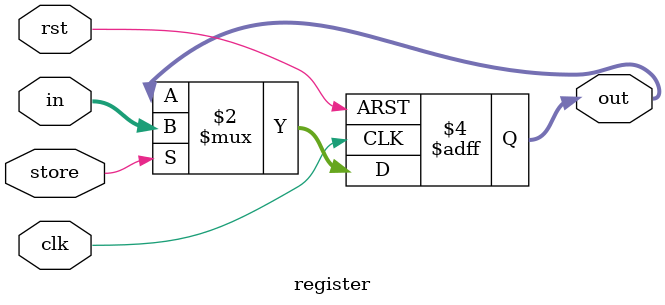
<source format=v>
module register (input [15:0] in,
                 input clk,
                 input rst,
                 input store,

                 output reg [15:0] out);

    always @(posedge clk, posedge rst)
        if (rst)
            out <= 0;
        else if (store)
            out <= in;

endmodule

</source>
